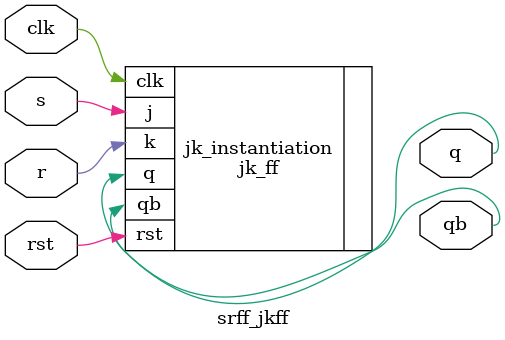
<source format=v>
`include "jk_ff.v"
module srff_jkff(s,r,clk,rst,q,qb);
  input s,r,clk,rst;
  output q,qb;
  jk_ff jk_instantiation(.j(s),.k(r),.clk(clk),.rst(rst),.q(q),.qb(qb));
endmodule

</source>
